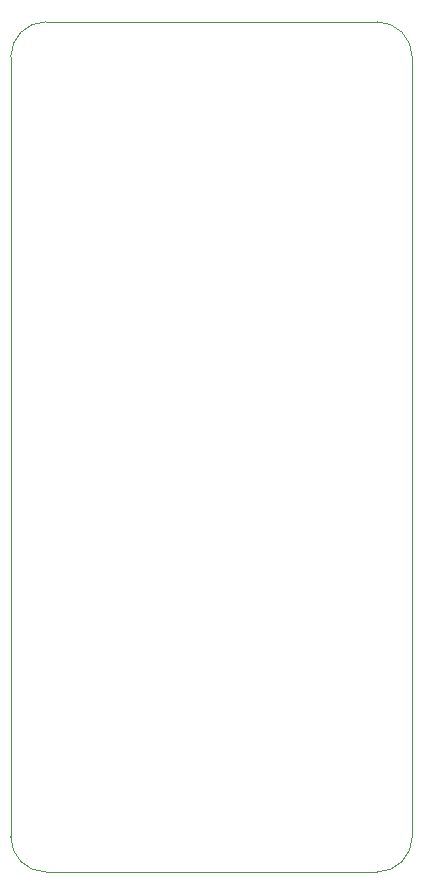
<source format=gbr>
%TF.GenerationSoftware,KiCad,Pcbnew,(6.0.4)*%
%TF.CreationDate,2022-04-21T22:00:58-04:00*%
%TF.ProjectId,firebeetle-shield,66697265-6265-4657-946c-652d73686965,rev?*%
%TF.SameCoordinates,Original*%
%TF.FileFunction,Profile,NP*%
%FSLAX46Y46*%
G04 Gerber Fmt 4.6, Leading zero omitted, Abs format (unit mm)*
G04 Created by KiCad (PCBNEW (6.0.4)) date 2022-04-21 22:00:58*
%MOMM*%
%LPD*%
G01*
G04 APERTURE LIST*
%TA.AperFunction,Profile*%
%ADD10C,0.100000*%
%TD*%
G04 APERTURE END LIST*
D10*
X98000000Y-169000000D02*
G75*
G03*
X101000000Y-172000000I3000000J0D01*
G01*
X129000000Y-100000000D02*
X101000000Y-100000000D01*
X101000000Y-172000000D02*
X129000000Y-172000000D01*
X101000000Y-100000000D02*
G75*
G03*
X98000000Y-103000000I0J-3000000D01*
G01*
X132000000Y-103000000D02*
G75*
G03*
X129000000Y-100000000I-3000000J0D01*
G01*
X98000000Y-103000000D02*
X98000000Y-169000000D01*
X132000000Y-169000000D02*
X132000000Y-103000000D01*
X129000000Y-172000000D02*
G75*
G03*
X132000000Y-169000000I0J3000000D01*
G01*
M02*

</source>
